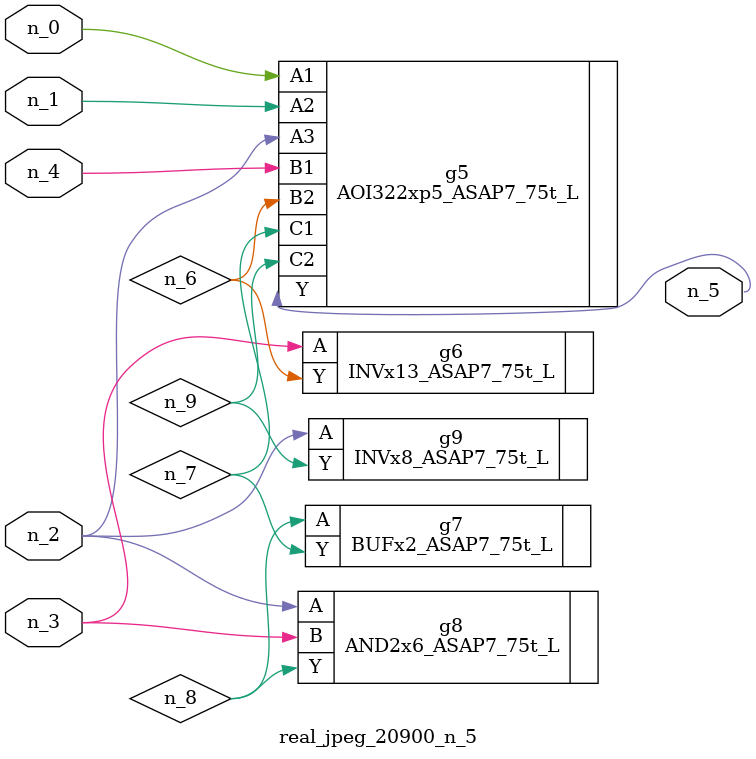
<source format=v>
module real_jpeg_20900_n_5 (n_4, n_0, n_1, n_2, n_3, n_5);

input n_4;
input n_0;
input n_1;
input n_2;
input n_3;

output n_5;

wire n_8;
wire n_6;
wire n_7;
wire n_9;

AOI322xp5_ASAP7_75t_L g5 ( 
.A1(n_0),
.A2(n_1),
.A3(n_2),
.B1(n_4),
.B2(n_6),
.C1(n_7),
.C2(n_9),
.Y(n_5)
);

AND2x6_ASAP7_75t_L g8 ( 
.A(n_2),
.B(n_3),
.Y(n_8)
);

INVx8_ASAP7_75t_L g9 ( 
.A(n_2),
.Y(n_9)
);

INVx13_ASAP7_75t_L g6 ( 
.A(n_3),
.Y(n_6)
);

BUFx2_ASAP7_75t_L g7 ( 
.A(n_8),
.Y(n_7)
);


endmodule
</source>
